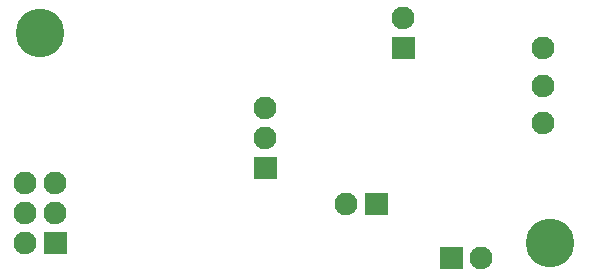
<source format=gbr>
G04 start of page 7 for group -4062 idx -4062 *
G04 Title: (unknown), soldermask *
G04 Creator: pcb 20140316 *
G04 CreationDate: Mon 07 Sep 2020 04:57:56 PM GMT UTC *
G04 For: thomasc *
G04 Format: Gerber/RS-274X *
G04 PCB-Dimensions (mil): 2000.00 1000.00 *
G04 PCB-Coordinate-Origin: lower left *
%MOIN*%
%FSLAX25Y25*%
%LNBOTTOMMASK*%
%ADD53C,0.1620*%
%ADD52C,0.0001*%
%ADD51C,0.0760*%
G54D51*X182500Y67500D03*
Y80000D03*
Y55000D03*
G54D52*G36*
X132200Y83800D02*Y76200D01*
X139800D01*
Y83800D01*
X132200D01*
G37*
G54D51*X136000Y90000D03*
G54D53*X15000Y85000D03*
G54D51*X10000Y15000D03*
Y25000D03*
Y35000D03*
G54D52*G36*
X16200Y18800D02*Y11200D01*
X23800D01*
Y18800D01*
X16200D01*
G37*
G54D51*X20000Y25000D03*
Y35000D03*
G54D52*G36*
X86200Y43800D02*Y36200D01*
X93800D01*
Y43800D01*
X86200D01*
G37*
G54D51*X90000Y50000D03*
Y60000D03*
G54D53*X185000Y15000D03*
G54D52*G36*
X123200Y31800D02*Y24200D01*
X130800D01*
Y31800D01*
X123200D01*
G37*
G54D51*X117000Y28000D03*
G54D52*G36*
X148200Y13800D02*Y6200D01*
X155800D01*
Y13800D01*
X148200D01*
G37*
G54D51*X162000Y10000D03*
M02*

</source>
